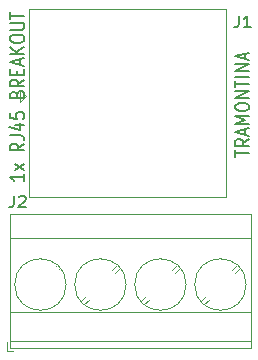
<source format=gbr>
G04 #@! TF.GenerationSoftware,KiCad,Pcbnew,(5.1.9)-1*
G04 #@! TF.CreationDate,2021-09-29T15:50:34-03:00*
G04 #@! TF.ProjectId,RJ45-breakout_1ch,524a3435-2d62-4726-9561-6b6f75745f31,rev?*
G04 #@! TF.SameCoordinates,Original*
G04 #@! TF.FileFunction,Legend,Top*
G04 #@! TF.FilePolarity,Positive*
%FSLAX46Y46*%
G04 Gerber Fmt 4.6, Leading zero omitted, Abs format (unit mm)*
G04 Created by KiCad (PCBNEW (5.1.9)-1) date 2021-09-29 15:50:34*
%MOMM*%
%LPD*%
G01*
G04 APERTURE LIST*
%ADD10C,0.200000*%
%ADD11C,0.120000*%
%ADD12C,0.150000*%
G04 APERTURE END LIST*
D10*
X85067857Y-114894761D02*
X85067857Y-114323333D01*
X86267857Y-114609047D02*
X85067857Y-114609047D01*
X86267857Y-113418571D02*
X85696428Y-113751904D01*
X86267857Y-113990000D02*
X85067857Y-113990000D01*
X85067857Y-113609047D01*
X85125000Y-113513809D01*
X85182142Y-113466190D01*
X85296428Y-113418571D01*
X85467857Y-113418571D01*
X85582142Y-113466190D01*
X85639285Y-113513809D01*
X85696428Y-113609047D01*
X85696428Y-113990000D01*
X85925000Y-113037619D02*
X85925000Y-112561428D01*
X86267857Y-113132857D02*
X85067857Y-112799523D01*
X86267857Y-112466190D01*
X86267857Y-112132857D02*
X85067857Y-112132857D01*
X85925000Y-111799523D01*
X85067857Y-111466190D01*
X86267857Y-111466190D01*
X85067857Y-110799523D02*
X85067857Y-110609047D01*
X85125000Y-110513809D01*
X85239285Y-110418571D01*
X85467857Y-110370952D01*
X85867857Y-110370952D01*
X86096428Y-110418571D01*
X86210714Y-110513809D01*
X86267857Y-110609047D01*
X86267857Y-110799523D01*
X86210714Y-110894761D01*
X86096428Y-110990000D01*
X85867857Y-111037619D01*
X85467857Y-111037619D01*
X85239285Y-110990000D01*
X85125000Y-110894761D01*
X85067857Y-110799523D01*
X86267857Y-109942380D02*
X85067857Y-109942380D01*
X86267857Y-109370952D01*
X85067857Y-109370952D01*
X85067857Y-109037619D02*
X85067857Y-108466190D01*
X86267857Y-108751904D02*
X85067857Y-108751904D01*
X86267857Y-108132857D02*
X85067857Y-108132857D01*
X86267857Y-107656666D02*
X85067857Y-107656666D01*
X86267857Y-107085238D01*
X85067857Y-107085238D01*
X85925000Y-106656666D02*
X85925000Y-106180476D01*
X86267857Y-106751904D02*
X85067857Y-106418571D01*
X86267857Y-106085238D01*
X67217857Y-116378809D02*
X67217857Y-116950238D01*
X67217857Y-116664523D02*
X66017857Y-116664523D01*
X66189285Y-116759761D01*
X66303571Y-116855000D01*
X66360714Y-116950238D01*
X67217857Y-116045476D02*
X66417857Y-115521666D01*
X66417857Y-116045476D02*
X67217857Y-115521666D01*
X67217857Y-113807380D02*
X66646428Y-114140714D01*
X67217857Y-114378809D02*
X66017857Y-114378809D01*
X66017857Y-113997857D01*
X66075000Y-113902619D01*
X66132142Y-113855000D01*
X66246428Y-113807380D01*
X66417857Y-113807380D01*
X66532142Y-113855000D01*
X66589285Y-113902619D01*
X66646428Y-113997857D01*
X66646428Y-114378809D01*
X66017857Y-113093095D02*
X66875000Y-113093095D01*
X67046428Y-113140714D01*
X67160714Y-113235952D01*
X67217857Y-113378809D01*
X67217857Y-113474047D01*
X66417857Y-112188333D02*
X67217857Y-112188333D01*
X65960714Y-112426428D02*
X66817857Y-112664523D01*
X66817857Y-112045476D01*
X66017857Y-111188333D02*
X66017857Y-111664523D01*
X66589285Y-111712142D01*
X66532142Y-111664523D01*
X66475000Y-111569285D01*
X66475000Y-111331190D01*
X66532142Y-111235952D01*
X66589285Y-111188333D01*
X66703571Y-111140714D01*
X66989285Y-111140714D01*
X67103571Y-111188333D01*
X67160714Y-111235952D01*
X67217857Y-111331190D01*
X67217857Y-111569285D01*
X67160714Y-111664523D01*
X67103571Y-111712142D01*
X66589285Y-109616904D02*
X66646428Y-109474047D01*
X66703571Y-109426428D01*
X66817857Y-109378809D01*
X66989285Y-109378809D01*
X67103571Y-109426428D01*
X67160714Y-109474047D01*
X67217857Y-109569285D01*
X67217857Y-109950238D01*
X66017857Y-109950238D01*
X66017857Y-109616904D01*
X66075000Y-109521666D01*
X66132142Y-109474047D01*
X66246428Y-109426428D01*
X66360714Y-109426428D01*
X66475000Y-109474047D01*
X66532142Y-109521666D01*
X66589285Y-109616904D01*
X66589285Y-109950238D01*
X67217857Y-108378809D02*
X66646428Y-108712142D01*
X67217857Y-108950238D02*
X66017857Y-108950238D01*
X66017857Y-108569285D01*
X66075000Y-108474047D01*
X66132142Y-108426428D01*
X66246428Y-108378809D01*
X66417857Y-108378809D01*
X66532142Y-108426428D01*
X66589285Y-108474047D01*
X66646428Y-108569285D01*
X66646428Y-108950238D01*
X66589285Y-107950238D02*
X66589285Y-107616904D01*
X67217857Y-107474047D02*
X67217857Y-107950238D01*
X66017857Y-107950238D01*
X66017857Y-107474047D01*
X66875000Y-107093095D02*
X66875000Y-106616904D01*
X67217857Y-107188333D02*
X66017857Y-106855000D01*
X67217857Y-106521666D01*
X67217857Y-106188333D02*
X66017857Y-106188333D01*
X67217857Y-105616904D02*
X66532142Y-106045476D01*
X66017857Y-105616904D02*
X66703571Y-106188333D01*
X66017857Y-104997857D02*
X66017857Y-104807380D01*
X66075000Y-104712142D01*
X66189285Y-104616904D01*
X66417857Y-104569285D01*
X66817857Y-104569285D01*
X67046428Y-104616904D01*
X67160714Y-104712142D01*
X67217857Y-104807380D01*
X67217857Y-104997857D01*
X67160714Y-105093095D01*
X67046428Y-105188333D01*
X66817857Y-105235952D01*
X66417857Y-105235952D01*
X66189285Y-105188333D01*
X66075000Y-105093095D01*
X66017857Y-104997857D01*
X66017857Y-104140714D02*
X66989285Y-104140714D01*
X67103571Y-104093095D01*
X67160714Y-104045476D01*
X67217857Y-103950238D01*
X67217857Y-103759761D01*
X67160714Y-103664523D01*
X67103571Y-103616904D01*
X66989285Y-103569285D01*
X66017857Y-103569285D01*
X66017857Y-103235952D02*
X66017857Y-102664523D01*
X67217857Y-102950238D02*
X66017857Y-102950238D01*
D11*
G04 #@! TO.C,J1*
X67630000Y-102380000D02*
X84270000Y-102380000D01*
X67630000Y-118350000D02*
X84315000Y-118350000D01*
X67585000Y-118350000D02*
X67630000Y-102380000D01*
X84315000Y-118350000D02*
X84270000Y-102380000D01*
X67390000Y-109790000D02*
X66890000Y-110290000D01*
X66890000Y-110290000D02*
X66890000Y-109290000D01*
X66890000Y-109290000D02*
X67390000Y-109790000D01*
G04 #@! TO.C,J2*
X65740000Y-131330000D02*
X66240000Y-131330000D01*
X65740000Y-130590000D02*
X65740000Y-131330000D01*
X82562000Y-126722000D02*
X82167000Y-127118000D01*
X85208000Y-124076000D02*
X84828000Y-124456000D01*
X82813000Y-127004000D02*
X82433000Y-127384000D01*
X85474000Y-124342000D02*
X85079000Y-124738000D01*
X77482000Y-126722000D02*
X77087000Y-127118000D01*
X80128000Y-124076000D02*
X79748000Y-124456000D01*
X77733000Y-127004000D02*
X77353000Y-127384000D01*
X80394000Y-124342000D02*
X79999000Y-124738000D01*
X72402000Y-126722000D02*
X72007000Y-127118000D01*
X75048000Y-124076000D02*
X74668000Y-124456000D01*
X72653000Y-127004000D02*
X72273000Y-127384000D01*
X75314000Y-124342000D02*
X74919000Y-124738000D01*
X67032000Y-127011000D02*
X66926000Y-127118000D01*
X69968000Y-124076000D02*
X69861000Y-124183000D01*
X67298000Y-127277000D02*
X67192000Y-127384000D01*
X70234000Y-124342000D02*
X70127000Y-124449000D01*
X86420000Y-119770000D02*
X86420000Y-131090000D01*
X65980000Y-119770000D02*
X65980000Y-131090000D01*
X65980000Y-131090000D02*
X86420000Y-131090000D01*
X65980000Y-119770000D02*
X86420000Y-119770000D01*
X65980000Y-121830000D02*
X86420000Y-121830000D01*
X65980000Y-128030000D02*
X86420000Y-128030000D01*
X65980000Y-130530000D02*
X86420000Y-130530000D01*
X86000000Y-125730000D02*
G75*
G03*
X86000000Y-125730000I-2180000J0D01*
G01*
X80920000Y-125730000D02*
G75*
G03*
X80920000Y-125730000I-2180000J0D01*
G01*
X75840000Y-125730000D02*
G75*
G03*
X75840000Y-125730000I-2180000J0D01*
G01*
X70760000Y-125730000D02*
G75*
G03*
X70760000Y-125730000I-2180000J0D01*
G01*
G04 #@! TO.C,J1*
D12*
X85391666Y-102957380D02*
X85391666Y-103671666D01*
X85344047Y-103814523D01*
X85248809Y-103909761D01*
X85105952Y-103957380D01*
X85010714Y-103957380D01*
X86391666Y-103957380D02*
X85820238Y-103957380D01*
X86105952Y-103957380D02*
X86105952Y-102957380D01*
X86010714Y-103100238D01*
X85915476Y-103195476D01*
X85820238Y-103243095D01*
G04 #@! TO.C,J2*
X66341666Y-118197380D02*
X66341666Y-118911666D01*
X66294047Y-119054523D01*
X66198809Y-119149761D01*
X66055952Y-119197380D01*
X65960714Y-119197380D01*
X66770238Y-118292619D02*
X66817857Y-118245000D01*
X66913095Y-118197380D01*
X67151190Y-118197380D01*
X67246428Y-118245000D01*
X67294047Y-118292619D01*
X67341666Y-118387857D01*
X67341666Y-118483095D01*
X67294047Y-118625952D01*
X66722619Y-119197380D01*
X67341666Y-119197380D01*
G04 #@! TD*
M02*

</source>
